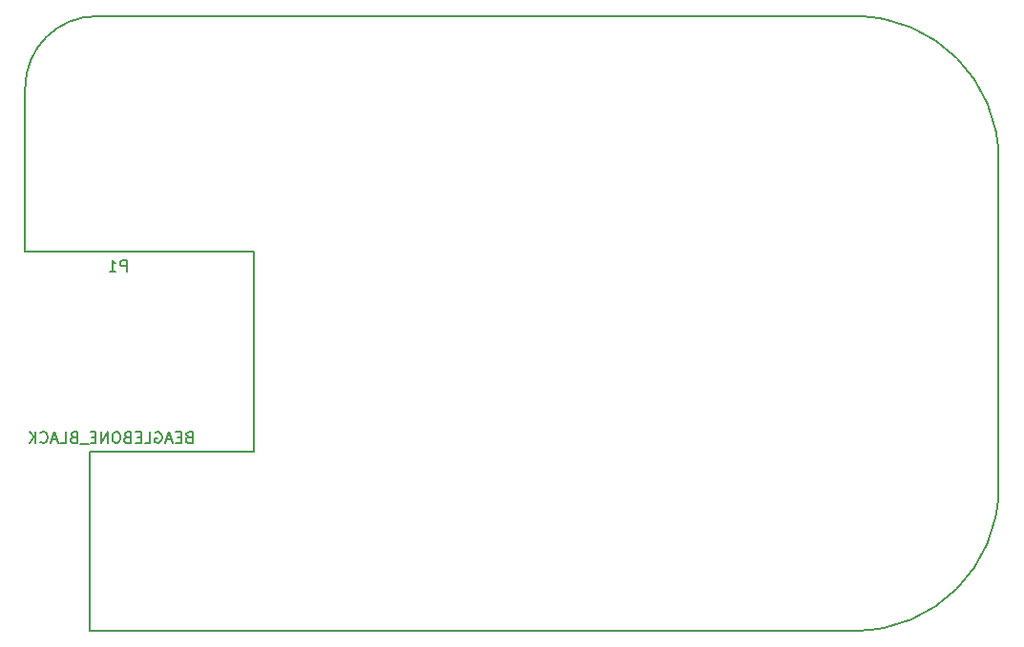
<source format=gbr>
G04 #@! TF.FileFunction,Legend,Bot*
%FSLAX46Y46*%
G04 Gerber Fmt 4.6, Leading zero omitted, Abs format (unit mm)*
G04 Created by KiCad (PCBNEW 0.201508280901+6131~28~ubuntu14.04.1-product) date Tue 03 Nov 2015 05:06:43 PM COT*
%MOMM*%
G01*
G04 APERTURE LIST*
%ADD10C,0.100000*%
%ADD11C,0.150000*%
G04 APERTURE END LIST*
D10*
D11*
X75100000Y-92250000D02*
X142410000Y-92250000D01*
X155110000Y-134160000D02*
X155110000Y-104950000D01*
X68750000Y-98600000D02*
X68750000Y-113205000D01*
X74465000Y-146860000D02*
X142410000Y-146860000D01*
X155110000Y-134160000D02*
G75*
G02X142410000Y-146860000I-12700000J0D01*
G01*
X142410000Y-92250000D02*
G75*
G02X155110000Y-104950000I0J-12700000D01*
G01*
X68750000Y-98600000D02*
G75*
G02X75100000Y-92250000I6350000J0D01*
G01*
X68750000Y-113205000D02*
X89070000Y-113205000D01*
X89070000Y-113205000D02*
X89070000Y-130985000D01*
X89070000Y-130985000D02*
X74465000Y-130985000D01*
X74465000Y-130985000D02*
X74465000Y-146860000D01*
X77743095Y-114927381D02*
X77743095Y-113927381D01*
X77362142Y-113927381D01*
X77266904Y-113975000D01*
X77219285Y-114022619D01*
X77171666Y-114117857D01*
X77171666Y-114260714D01*
X77219285Y-114355952D01*
X77266904Y-114403571D01*
X77362142Y-114451190D01*
X77743095Y-114451190D01*
X76219285Y-114927381D02*
X76790714Y-114927381D01*
X76505000Y-114927381D02*
X76505000Y-113927381D01*
X76600238Y-114070238D01*
X76695476Y-114165476D01*
X76790714Y-114213095D01*
X83250952Y-129643571D02*
X83108095Y-129691190D01*
X83060476Y-129738810D01*
X83012857Y-129834048D01*
X83012857Y-129976905D01*
X83060476Y-130072143D01*
X83108095Y-130119762D01*
X83203333Y-130167381D01*
X83584286Y-130167381D01*
X83584286Y-129167381D01*
X83250952Y-129167381D01*
X83155714Y-129215000D01*
X83108095Y-129262619D01*
X83060476Y-129357857D01*
X83060476Y-129453095D01*
X83108095Y-129548333D01*
X83155714Y-129595952D01*
X83250952Y-129643571D01*
X83584286Y-129643571D01*
X82584286Y-129643571D02*
X82250952Y-129643571D01*
X82108095Y-130167381D02*
X82584286Y-130167381D01*
X82584286Y-129167381D01*
X82108095Y-129167381D01*
X81727143Y-129881667D02*
X81250952Y-129881667D01*
X81822381Y-130167381D02*
X81489048Y-129167381D01*
X81155714Y-130167381D01*
X80298571Y-129215000D02*
X80393809Y-129167381D01*
X80536666Y-129167381D01*
X80679524Y-129215000D01*
X80774762Y-129310238D01*
X80822381Y-129405476D01*
X80870000Y-129595952D01*
X80870000Y-129738810D01*
X80822381Y-129929286D01*
X80774762Y-130024524D01*
X80679524Y-130119762D01*
X80536666Y-130167381D01*
X80441428Y-130167381D01*
X80298571Y-130119762D01*
X80250952Y-130072143D01*
X80250952Y-129738810D01*
X80441428Y-129738810D01*
X79346190Y-130167381D02*
X79822381Y-130167381D01*
X79822381Y-129167381D01*
X79012857Y-129643571D02*
X78679523Y-129643571D01*
X78536666Y-130167381D02*
X79012857Y-130167381D01*
X79012857Y-129167381D01*
X78536666Y-129167381D01*
X77774761Y-129643571D02*
X77631904Y-129691190D01*
X77584285Y-129738810D01*
X77536666Y-129834048D01*
X77536666Y-129976905D01*
X77584285Y-130072143D01*
X77631904Y-130119762D01*
X77727142Y-130167381D01*
X78108095Y-130167381D01*
X78108095Y-129167381D01*
X77774761Y-129167381D01*
X77679523Y-129215000D01*
X77631904Y-129262619D01*
X77584285Y-129357857D01*
X77584285Y-129453095D01*
X77631904Y-129548333D01*
X77679523Y-129595952D01*
X77774761Y-129643571D01*
X78108095Y-129643571D01*
X76917619Y-129167381D02*
X76727142Y-129167381D01*
X76631904Y-129215000D01*
X76536666Y-129310238D01*
X76489047Y-129500714D01*
X76489047Y-129834048D01*
X76536666Y-130024524D01*
X76631904Y-130119762D01*
X76727142Y-130167381D01*
X76917619Y-130167381D01*
X77012857Y-130119762D01*
X77108095Y-130024524D01*
X77155714Y-129834048D01*
X77155714Y-129500714D01*
X77108095Y-129310238D01*
X77012857Y-129215000D01*
X76917619Y-129167381D01*
X76060476Y-130167381D02*
X76060476Y-129167381D01*
X75489047Y-130167381D01*
X75489047Y-129167381D01*
X75012857Y-129643571D02*
X74679523Y-129643571D01*
X74536666Y-130167381D02*
X75012857Y-130167381D01*
X75012857Y-129167381D01*
X74536666Y-129167381D01*
X74346190Y-130262619D02*
X73584285Y-130262619D01*
X73012856Y-129643571D02*
X72869999Y-129691190D01*
X72822380Y-129738810D01*
X72774761Y-129834048D01*
X72774761Y-129976905D01*
X72822380Y-130072143D01*
X72869999Y-130119762D01*
X72965237Y-130167381D01*
X73346190Y-130167381D01*
X73346190Y-129167381D01*
X73012856Y-129167381D01*
X72917618Y-129215000D01*
X72869999Y-129262619D01*
X72822380Y-129357857D01*
X72822380Y-129453095D01*
X72869999Y-129548333D01*
X72917618Y-129595952D01*
X73012856Y-129643571D01*
X73346190Y-129643571D01*
X71869999Y-130167381D02*
X72346190Y-130167381D01*
X72346190Y-129167381D01*
X71584285Y-129881667D02*
X71108094Y-129881667D01*
X71679523Y-130167381D02*
X71346190Y-129167381D01*
X71012856Y-130167381D01*
X70108094Y-130072143D02*
X70155713Y-130119762D01*
X70298570Y-130167381D01*
X70393808Y-130167381D01*
X70536666Y-130119762D01*
X70631904Y-130024524D01*
X70679523Y-129929286D01*
X70727142Y-129738810D01*
X70727142Y-129595952D01*
X70679523Y-129405476D01*
X70631904Y-129310238D01*
X70536666Y-129215000D01*
X70393808Y-129167381D01*
X70298570Y-129167381D01*
X70155713Y-129215000D01*
X70108094Y-129262619D01*
X69679523Y-130167381D02*
X69679523Y-129167381D01*
X69108094Y-130167381D02*
X69536666Y-129595952D01*
X69108094Y-129167381D02*
X69679523Y-129738810D01*
M02*

</source>
